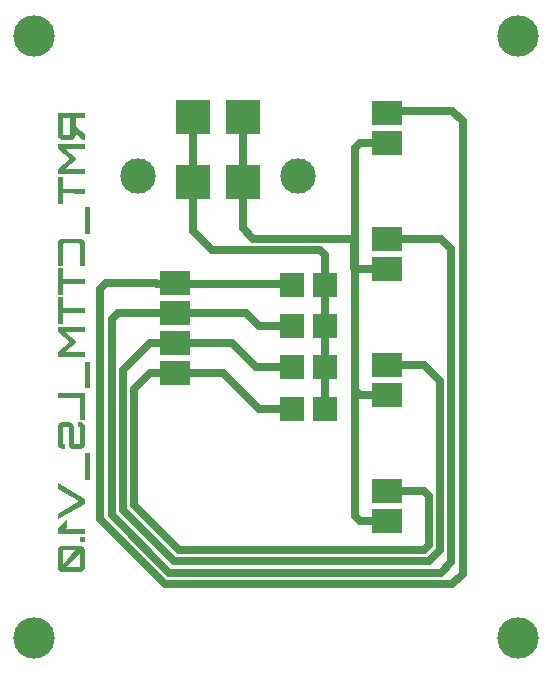
<source format=gbr>
%FSTAX23Y23*%
%MOIN*%
%SFA1B1*%

%IPPOS*%
%ADD10R,0.098425X0.078740*%
%ADD11R,0.118110X0.118110*%
%ADD12C,0.118110*%
%ADD13C,0.137795*%
%ADD14R,0.078740X0.078740*%
%ADD15C,0.027559*%
%LNlimitswitch_pcb_copper_signal_bot-1*%
%LPD*%
G36*
X00288Y01853D02*
X00257D01*
X00257Y01823*
X00288Y01798*
Y0178*
X00283Y01779*
X00257Y01802*
X00257Y01823*
X00256Y01825*
Y01803*
X00257Y01802*
X00257Y01797*
X00257Y01795*
X00257Y01793*
X00256Y01792*
X00256Y01791*
X00256Y01789*
X00255Y01789*
X00255Y01788*
X00255Y01788*
X00254Y01787*
X00253Y01785*
X00252Y01784*
X00251Y01783*
X0025Y01782*
X00249Y01782*
X00249Y01782*
X00248Y01782*
X00247Y01781*
X00245Y0178*
X00244Y0178*
X00243Y01779*
X00241Y01779*
X0024Y01779*
X0024*
X0024*
X00215*
X00214Y01779*
X00212Y0178*
X0021Y0178*
X00209Y0178*
X00208Y01781*
X00207Y01781*
X00207Y01781*
X00207Y01782*
X00205Y01782*
X00204Y01784*
X00203Y01785*
X00202Y01786*
X00201Y01787*
X00201Y01787*
X002Y01788*
X002Y01788*
X002Y01789*
X00199Y01791*
X00198Y01792*
X00198Y01794*
X00198Y01795*
X00198Y01796*
Y0187*
X00288*
Y01853*
G37*
G36*
Y0175D02*
X00222D01*
X00263Y01715*
X00222Y01681*
X00288*
Y01664*
X00198*
Y01682*
X00237Y01715*
X00198Y01748*
Y01766*
X00288*
Y0175*
G37*
G36*
X00214Y01617D02*
X00288D01*
Y016*
X00214Y01601*
X00214Y01564*
X00198*
Y01654*
X00214*
X00214Y01617*
G37*
G36*
X00305Y01465D02*
X00288D01*
Y01555*
X00305*
Y01465*
G37*
G36*
X00272Y0145D02*
X00274Y0145D01*
X00275Y0145*
X00277Y01449*
X00278Y01449*
X00279Y01448*
X00279Y01448*
X00279Y01448*
X00281Y01447*
X00282Y01446*
X00283Y01445*
X00284Y01444*
X00285Y01443*
X00285Y01442*
X00286Y01442*
X00286Y01442*
X00287Y0144*
X00287Y01439*
X00288Y01437*
X00288Y01436*
X00288Y01435*
X00288Y01434*
Y0136*
X00271*
Y01429*
X00271Y01431*
X00271Y01432*
X0027Y01432*
X0027Y01433*
X00269Y01433*
X00268Y01434*
X00267Y01434*
X00267*
X00267*
X00219*
X00217Y01434*
X00216Y01433*
X00216Y01433*
X00216Y01433*
X00215Y01432*
X00215Y01431*
X00214Y0143*
Y0136*
X00198*
Y01433*
X00198Y01435*
X00198Y01436*
X00198Y01438*
X00199Y01439*
X00199Y0144*
X002Y01441*
X002Y01442*
X002Y01442*
X00201Y01443*
X00202Y01444*
X00203Y01445*
X00204Y01446*
X00205Y01447*
X00206Y01448*
X00206Y01448*
X00206Y01448*
X00208Y01449*
X00209Y01449*
X00211Y0145*
X00212Y0145*
X00213Y0145*
X00214Y0145*
X00215*
X00215*
X00271*
X00272Y0145*
G37*
G36*
X00214Y01315D02*
X00288D01*
Y01298*
X00214Y01298*
X00214Y01261*
X00198*
Y01352*
X00214*
X00214Y01315*
G37*
G36*
Y01219D02*
X00288D01*
Y01203*
X00214Y01203*
X00214Y01166*
X00198*
Y01256*
X00214*
X00214Y01219*
G37*
G36*
X00288Y0114D02*
X00222D01*
X00263Y01106*
X00222Y01071*
X00288*
Y01055*
X00198*
Y01073*
X00237Y01106*
X00198Y01138*
Y01157*
X00288*
Y0114*
G37*
G36*
X00305Y00951D02*
X00288D01*
Y0104*
X00305*
Y00951*
G37*
G36*
X00288Y00846D02*
X00271D01*
Y0092*
X00198*
Y00936*
X00288*
Y00846*
G37*
G36*
X00272Y00839D02*
X00274Y00838D01*
X00275Y00838*
X00277Y00838*
X00278Y00837*
X00279Y00837*
X00279Y00837*
X00279Y00837*
X00281Y00835*
X00282Y00834*
X00283Y00833*
X00284Y00832*
X00285Y00831*
X00285Y00831*
X00286Y0083*
X00286Y0083*
X00287Y00829*
X00287Y00827*
X00288Y00826*
X00288Y00824*
X00288Y00823*
X00288Y00822*
Y00766*
X00288Y00764*
X00288Y00763*
X00287Y00761*
X00287Y0076*
X00287Y00759*
X00286Y00758*
X00286Y00757*
X00286Y00757*
X00285Y00756*
X00284Y00755*
X00283Y00753*
X00282Y00753*
X00281Y00752*
X0028Y00751*
X0028Y00751*
X00279Y00751*
X00278Y0075*
X00276Y0075*
X00275Y00749*
X00274Y00749*
X00272Y00749*
X00271Y00748*
X00271*
X00271*
X00252*
X0025Y00749*
X00249Y00749*
X00247Y00749*
X00246Y0075*
X00245Y0075*
X00244Y0075*
X00243Y00751*
X00243Y00751*
X00242Y00752*
X00241Y00753*
X0024Y00754*
X00239Y00755*
X00238Y00756*
X00237Y00756*
X00237Y00757*
X00237Y00757*
X00236Y00759*
X00236Y0076*
X00235Y00762*
X00235Y00763*
X00235Y00764*
X00235Y00765*
Y00821*
X00234Y00822*
X00234Y00822*
Y00822*
X00234Y00822*
X00234Y00822*
X00233*
X00233*
X00216*
X00215Y00822*
X00215Y00822*
X00215Y00822*
X00215*
X00214Y00821*
Y00766*
X00215Y00766*
X00215Y00766*
X00215Y00765*
X00216Y00765*
X00216*
X00216*
X00222*
Y00748*
X00215*
X00213Y00749*
X00212Y00749*
X0021Y00749*
X00209Y0075*
X00208Y0075*
X00207Y0075*
X00207Y00751*
X00206Y00751*
X00205Y00752*
X00204Y00753*
X00203Y00754*
X00202Y00755*
X00201Y00756*
X00201Y00756*
X002Y00757*
X002Y00757*
X00199Y00759*
X00199Y0076*
X00198Y00762*
X00198Y00763*
X00198Y00764*
X00198Y00765*
Y00821*
X00198Y00823*
X00198Y00825*
X00198Y00826*
X00199Y00827*
X00199Y00829*
X002Y00829*
X002Y0083*
X002Y0083*
X00201Y00832*
X00202Y00833*
X00203Y00834*
X00204Y00835*
X00205Y00835*
X00206Y00836*
X00206Y00836*
X00206Y00837*
X00208Y00837*
X00209Y00838*
X00211Y00838*
X00212Y00839*
X00213Y00839*
X00214Y00839*
X00215*
X00215*
X00234*
X00235Y00839*
X00237Y00838*
X00239Y00838*
X0024Y00838*
X00241Y00837*
X00242Y00837*
X00242Y00837*
X00243Y00837*
X00244Y00835*
X00245Y00834*
X00246Y00833*
X00247Y00832*
X00248Y00831*
X00249Y00831*
X00249Y0083*
X00249Y0083*
X0025Y00829*
X0025Y00827*
X00251Y00826*
X00251Y00824*
X00251Y00823*
X00251Y00822*
Y00766*
X00251Y00766*
X00252Y00766*
X00252*
X00252Y00765*
X00252Y00765*
X00253*
X00253*
X0027*
X0027Y00765*
X00271Y00765*
X00271Y00766*
X00271Y00766*
X00271Y00766*
Y00821*
X00271Y00822*
X00271Y00822*
Y00822*
X00271Y00822*
X0027Y00822*
X0027*
X0027*
X00264*
Y00839*
X00271*
X00272Y00839*
G37*
G36*
X00305Y00645D02*
X00288D01*
Y00735*
X00305*
Y00645*
G37*
G36*
X00288Y00581D02*
Y00566D01*
X00198Y00514*
Y00533*
X00268Y00574*
X00198Y00614*
Y00634*
X00288Y00581*
G37*
G36*
X0023Y0049D02*
X00221Y00483D01*
X00288*
Y00466*
X00198*
Y00485*
X0023Y00512*
Y0049*
G37*
G36*
X00288Y0044D02*
X00272Y0044D01*
X00272Y00456*
X00288*
Y0044*
G37*
G36*
X00272Y00427D02*
X00273Y00427D01*
X00275Y00427*
X00276Y00426*
X00277Y00426*
X00278Y00425*
X00279Y00425*
X00279Y00425*
X0028Y00424*
X00282Y00423*
X00283Y00422*
X00284Y00421*
X00285Y0042*
X00285Y00419*
X00285Y00419*
X00286Y00419*
X00286Y00417*
X00287Y00416*
X00287Y00414*
X00288Y00413*
X00288Y00412*
X00288Y00411*
Y00355*
X00288Y00353*
X00288Y00352*
X00287Y0035*
X00287Y00349*
X00286Y00348*
X00286Y00347*
X00286Y00347*
X00286Y00346*
X00285Y00345*
X00283Y00344*
X00282Y00343*
X00281Y00342*
X0028Y00341*
X0028Y00341*
X00279Y0034*
X00279Y0034*
X00277Y00339*
X00276Y00339*
X00274Y00338*
X00273Y00338*
X00272Y00338*
X00271Y00338*
X0027*
X0027*
X00215*
X00214Y00338*
X00212Y00338*
X00211Y00339*
X00209Y00339*
X00208Y00339*
X00207Y0034*
X00207Y0034*
X00207Y0034*
X00205Y00341*
X00204Y00342*
X00203Y00343*
X00202Y00344*
X00201Y00345*
X00201Y00346*
X002Y00346*
X002Y00346*
X00199Y00348*
X00199Y00349*
X00198Y00351*
X00198Y00352*
X00198Y00353*
X00198Y00354*
Y0041*
X00198Y00412*
X00198Y00413*
X00198Y00415*
X00199Y00416*
X00199Y00417*
X002Y00418*
X002Y00419*
X002Y00419*
X00201Y0042*
X00202Y00421*
X00203Y00422*
X00204Y00423*
X00205Y00424*
X00206Y00425*
X00206Y00425*
X00207Y00425*
X00208Y00426*
X0021Y00426*
X00211Y00427*
X00213Y00427*
X00214Y00427*
X00215Y00427*
X00215*
X00215*
X0027*
X00272Y00427*
G37*
%LNlimitswitch_pcb_copper_signal_bot-2*%
%LPC*%
G36*
X00239Y01853D02*
X00239D01*
X00239*
X00216*
X00216Y01853*
X00215Y01853*
X00215Y01853*
X00215*
X00215Y01852*
X00214Y01852*
Y01797*
X00215Y01797*
X00215Y01797*
X00215Y01796*
X00215Y01796*
X00216Y01796*
X00216*
X00216*
X00239*
X00239Y01796*
X0024Y01796*
X0024Y01796*
X0024Y01796*
X0024Y01797*
Y01852*
X0024Y01852*
X0024Y01853*
Y01853*
X0024Y01853*
X00239Y01853*
G37*
G36*
X00256Y00411D02*
X00216D01*
X00216Y00411*
X00215Y00411*
X00215Y00411*
X00215*
X00215Y0041*
X00215Y0041*
Y00362*
X00256Y00411*
G37*
G36*
X00271Y00403D02*
X0023Y00354D01*
X00269*
X0027Y00354*
X0027Y00354*
X0027Y00355*
X0027Y00355*
X00271Y00355*
X00271Y00355*
Y00403*
G37*
%LNlimitswitch_pcb_copper_signal_bot-3*%
%LPD*%
G54D10*
X0059Y01001D03*
Y01301D03*
Y01201D03*
Y01101D03*
X01295Y0177D03*
Y0187D03*
Y0135D03*
Y0145D03*
Y0061D03*
Y0051D03*
Y0093D03*
Y0103D03*
G54D11*
X00815Y0164D03*
Y01856D03*
X00649D03*
Y0164D03*
G54D12*
X01Y01658D03*
X00464D03*
G54D13*
X00118Y00118D03*
X01732D03*
Y02125D03*
X00118D03*
G54D14*
X00979Y01159D03*
X0109D03*
X00979Y01021D03*
X0109D03*
X00979Y01297D03*
X0109D03*
X00979Y00883D03*
X0109D03*
G54D15*
X0059Y01101D02*
X00778D01*
X0059Y01001D02*
X0075D01*
X00415Y01011D02*
X00504Y01101D01*
X00377Y0053D02*
Y01181D01*
X00415Y00546D02*
Y01011D01*
X00555Y003D02*
X01513D01*
X00377Y01181D02*
X00398Y01201D01*
X0057Y00337D02*
X01476D01*
X00452Y00561D02*
Y00949D01*
X00504Y01001D02*
X0059D01*
X00415Y00546D02*
X00586Y00375D01*
X00452Y00561D02*
X00601Y00412D01*
X00452Y00949D02*
X00504Y01001D01*
X0034Y00514D02*
X00555Y003D01*
X00377Y0053D02*
X0057Y00337D01*
X0034Y00514D02*
Y01281D01*
X00586Y00375D02*
X01434D01*
X00504Y01101D02*
X0059D01*
X0034Y01281D02*
X0036Y01302D01*
X00525*
X0059Y01299D02*
X00977D01*
X00398Y01201D02*
X0059D01*
X00527Y01299D02*
X0059D01*
Y01201D02*
X00825D01*
X00868Y01159D02*
X00979D01*
X00825Y01201D02*
X00868Y01159D01*
X00858Y01021D02*
X00979D01*
X00778Y01101D02*
X00858Y01021D01*
X00868Y00883D02*
X00979D01*
X0075Y01001D02*
X00868Y00883D01*
X01206Y0051D02*
X01295D01*
X00601Y00412D02*
X01418D01*
X0119Y00526D02*
X01206Y0051D01*
X00977Y01299D02*
X00979Y01297D01*
X0109Y01021D02*
Y01159D01*
Y01297*
X01513Y01875D02*
X01547Y01841D01*
X013Y01875D02*
X01513D01*
X0119Y00946D02*
Y0135D01*
X01295Y0187D02*
X013Y01875D01*
X01295Y0103D02*
X01418D01*
X00649Y01475D02*
Y0164D01*
Y01856*
X00815Y0164D02*
Y01856D01*
X0109Y01297D02*
Y01396D01*
X01186Y01353D02*
Y0145D01*
X00649Y01475D02*
X00712Y01412D01*
X0119Y0135D02*
Y0145D01*
X01295D02*
X01476D01*
X0085D02*
X01186D01*
X0119Y01753D02*
X01206Y0177D01*
X0119Y0145D02*
Y01753D01*
X01206Y0177D02*
X01295D01*
X00815Y01485D02*
X0085Y0145D01*
X00815Y01485D02*
Y0164D01*
X01476Y0145D02*
X0151Y01416D01*
X01434Y00375D02*
X01472Y00413D01*
X01418Y00412D02*
X01435Y00428D01*
X01472Y00413D02*
Y00976D01*
X01418Y0061D02*
X01435Y00593D01*
X0151Y00371D02*
Y01416D01*
X01418Y0103D02*
X01472Y00976D01*
X01476Y00337D02*
X0151Y00371D01*
X01435Y00428D02*
Y00593D01*
X00712Y01412D02*
X01073D01*
X0109Y01396*
X00525Y01302D02*
X00527Y01299D01*
X01186Y01353D02*
X0119Y0135D01*
X01295*
X0109Y00883D02*
Y01021D01*
X01206Y0093D02*
X01295D01*
X0119Y00946D02*
X01206Y0093D01*
X01295Y0061D02*
X01418D01*
X01547Y00333D02*
Y01841D01*
X01513Y003D02*
X01547Y00333D01*
X0119Y00526D02*
Y00946D01*
M02*
</source>
